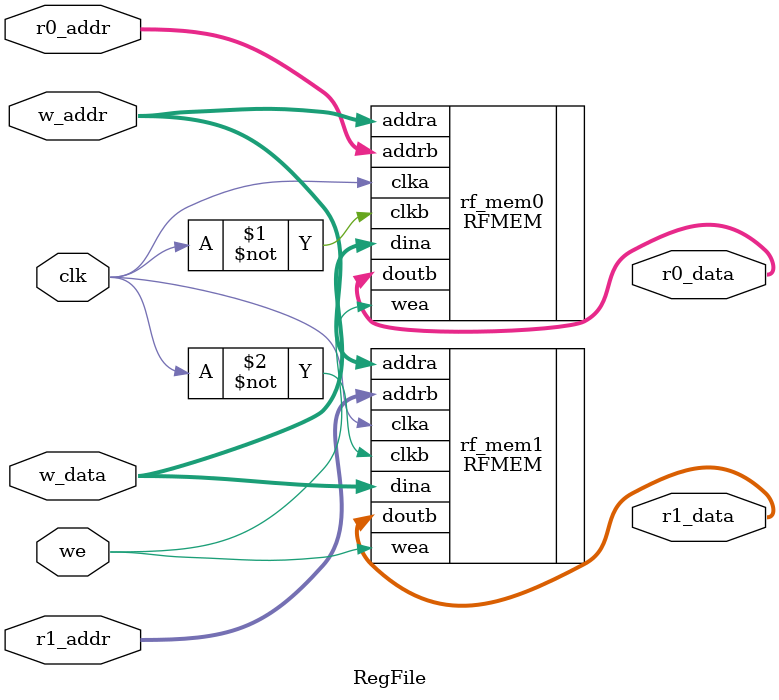
<source format=v>
 `timescale 1ns / 1ps

module RegFile(
	input clk,
	// input rst,
    input [6:0] r0_addr,
    input [6:0] r1_addr,
    input [6:0] w_addr,
    input [63:0] w_data,
    input we,
    output [63:0] r0_data,
    output [63:0] r1_data
    );

	RFMEM rf_mem0 (.clka(clk), .dina(w_data), .addra(w_addr), .wea(we), .clkb(~clk), .addrb(r0_addr), .doutb(r0_data));
	RFMEM rf_mem1 (.clka(clk), .dina(w_data), .addra(w_addr), .wea(we), .clkb(~clk), .addrb(r1_addr), .doutb(r1_data));
endmodule

</source>
